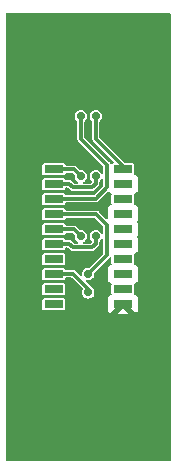
<source format=gbr>
%TF.GenerationSoftware,KiCad,Pcbnew,7.0.7-dirty*%
%TF.CreationDate,2023-09-27T11:30:23-05:00*%
%TF.ProjectId,BBB_JTAG_CTI20_SMT_ARM20_SMT,4242425f-4a54-4414-975f-43544932305f,rev?*%
%TF.SameCoordinates,Original*%
%TF.FileFunction,Copper,L2,Bot*%
%TF.FilePolarity,Positive*%
%FSLAX46Y46*%
G04 Gerber Fmt 4.6, Leading zero omitted, Abs format (unit mm)*
G04 Created by KiCad (PCBNEW 7.0.7-dirty) date 2023-09-27 11:30:23*
%MOMM*%
%LPD*%
G01*
G04 APERTURE LIST*
%TA.AperFunction,SMDPad,CuDef*%
%ADD10R,1.650000X0.680000*%
%TD*%
%TA.AperFunction,ViaPad*%
%ADD11C,0.736600*%
%TD*%
%TA.AperFunction,Conductor*%
%ADD12C,0.304800*%
%TD*%
G04 APERTURE END LIST*
D10*
%TO.P,P1,19*%
%TO.N,N/C*%
X145576100Y-110718600D03*
%TO.P,P1,17*%
X145576100Y-109448600D03*
%TO.P,P1,15*%
%TO.N,SRST_N*%
X145576100Y-108178600D03*
%TO.P,P1,13*%
%TO.N,EMU0*%
X145576100Y-106908600D03*
%TO.P,P1,11*%
%TO.N,TCK*%
X145576100Y-105638600D03*
%TO.P,P1,9*%
%TO.N,RTCK*%
X145576100Y-104368600D03*
%TO.P,P1,7*%
%TO.N,TDO*%
X145576100Y-103098600D03*
%TO.P,P1,5*%
%TO.N,VDD*%
X145576100Y-101828600D03*
%TO.P,P1,3*%
%TO.N,TDI*%
X145576100Y-100558600D03*
%TO.P,P1,20*%
%TO.N,GND*%
X151426100Y-110718600D03*
%TO.P,P1,18*%
%TO.N,N/C*%
X151426100Y-109448600D03*
%TO.P,P1,16*%
%TO.N,GND*%
X151426100Y-108178600D03*
%TO.P,P1,14*%
%TO.N,EMU1*%
X151426100Y-106908600D03*
%TO.P,P1,12*%
%TO.N,GND*%
X151426100Y-105638600D03*
%TO.P,P1,10*%
X151426100Y-104368600D03*
%TO.P,P1,8*%
X151426100Y-103098600D03*
%TO.P,P1,6*%
%TO.N,N/C*%
X151426100Y-101828600D03*
%TO.P,P1,4*%
%TO.N,GND*%
X151426100Y-100558600D03*
%TO.P,P1,1*%
%TO.N,TMS*%
X145576100Y-99288600D03*
%TO.P,P1,2*%
%TO.N,TRST_N*%
X151426100Y-99288600D03*
%TD*%
D11*
%TO.N,GND*%
X148486100Y-116383600D03*
X148486100Y-113843600D03*
X148486100Y-111303600D03*
%TO.N,TRST_N*%
X149121100Y-94793600D03*
%TO.N,SRST_N*%
X148486100Y-109716100D03*
%TO.N,TCK*%
X149121100Y-104953600D03*
%TO.N,RTCK*%
X147851100Y-104953600D03*
%TO.N,TDO*%
X148486100Y-108128600D03*
%TO.N,VDD*%
X147851100Y-94793600D03*
%TO.N,TDI*%
X149121100Y-99873600D03*
%TO.N,TMS*%
X147851100Y-99873600D03*
%TD*%
D12*
%TO.N,TRST_N*%
X149121100Y-96698600D02*
X149121100Y-94793600D01*
X151426100Y-99003600D02*
X149121100Y-96698600D01*
X151426100Y-99288600D02*
X151426100Y-99003600D01*
X151476100Y-99238600D02*
X151426100Y-99288600D01*
%TO.N,SRST_N*%
X145626100Y-108128600D02*
X145576100Y-108178600D01*
X147216100Y-108128600D02*
X145626100Y-108128600D01*
X148486100Y-109398600D02*
X147216100Y-108128600D01*
X148486100Y-109716100D02*
X148486100Y-109398600D01*
%TO.N,TCK*%
X145626100Y-105588600D02*
X145576100Y-105638600D01*
X146898600Y-105588600D02*
X145626100Y-105588600D01*
X147216100Y-105906100D02*
X146898600Y-105588600D01*
X148803600Y-105906100D02*
X147216100Y-105906100D01*
X149121100Y-105588600D02*
X148803600Y-105906100D01*
X149121100Y-104953600D02*
X149121100Y-105588600D01*
%TO.N,RTCK*%
X147266100Y-104368600D02*
X147851100Y-104953600D01*
X145576100Y-104368600D02*
X147266100Y-104368600D01*
%TO.N,TDO*%
X150073600Y-106541100D02*
X148486100Y-108128600D01*
X150073600Y-104001100D02*
X150073600Y-106541100D01*
X149171100Y-103098600D02*
X150073600Y-104001100D01*
X145576100Y-103098600D02*
X149171100Y-103098600D01*
%TO.N,VDD*%
X147851100Y-96698600D02*
X147851100Y-94793600D01*
X150073600Y-98921100D02*
X147851100Y-96698600D01*
X145626100Y-101778600D02*
X145576100Y-101828600D01*
X149121100Y-101778600D02*
X145626100Y-101778600D01*
X150073600Y-100826100D02*
X149121100Y-101778600D01*
X150073600Y-98921100D02*
X150073600Y-100826100D01*
%TO.N,TDI*%
X145626100Y-100508600D02*
X145576100Y-100558600D01*
X146898600Y-100508600D02*
X145626100Y-100508600D01*
X147216100Y-100826100D02*
X146898600Y-100508600D01*
X148803600Y-100826100D02*
X147216100Y-100826100D01*
X149121100Y-100508600D02*
X148803600Y-100826100D01*
X149121100Y-99873600D02*
X149121100Y-100508600D01*
%TO.N,TMS*%
X147266100Y-99288600D02*
X147851100Y-99873600D01*
X145576100Y-99288600D02*
X147266100Y-99288600D01*
%TD*%
%TA.AperFunction,Conductor*%
%TO.N,GND*%
G36*
X155434131Y-86048313D02*
G01*
X155470676Y-86098613D01*
X155475600Y-86129700D01*
X155475600Y-123877500D01*
X155456387Y-123936631D01*
X155406087Y-123973176D01*
X155375000Y-123978100D01*
X141627200Y-123978100D01*
X141568069Y-123958887D01*
X141531524Y-123908587D01*
X141526600Y-123877500D01*
X141526600Y-111515000D01*
X150952424Y-111515000D01*
X151899776Y-111515000D01*
X151426100Y-111041324D01*
X150952424Y-111515000D01*
X141526600Y-111515000D01*
X141526600Y-111073655D01*
X144598200Y-111073655D01*
X144607071Y-111118257D01*
X144607073Y-111118261D01*
X144640864Y-111168832D01*
X144640865Y-111168833D01*
X144640866Y-111168834D01*
X144691442Y-111202628D01*
X144736043Y-111211500D01*
X146416156Y-111211499D01*
X146460758Y-111202628D01*
X146511334Y-111168834D01*
X146545128Y-111118258D01*
X146554000Y-111073657D01*
X146553999Y-110363544D01*
X146545128Y-110318942D01*
X146545126Y-110318938D01*
X146511335Y-110268367D01*
X146511333Y-110268365D01*
X146460757Y-110234571D01*
X146425027Y-110227464D01*
X146416157Y-110225700D01*
X146416156Y-110225700D01*
X144736044Y-110225700D01*
X144691442Y-110234571D01*
X144691438Y-110234573D01*
X144640867Y-110268364D01*
X144640865Y-110268366D01*
X144607071Y-110318942D01*
X144598200Y-110363543D01*
X144598200Y-111073655D01*
X141526600Y-111073655D01*
X141526600Y-109803655D01*
X144598200Y-109803655D01*
X144607071Y-109848257D01*
X144607073Y-109848261D01*
X144640864Y-109898832D01*
X144640865Y-109898833D01*
X144640866Y-109898834D01*
X144691442Y-109932628D01*
X144736043Y-109941500D01*
X146416156Y-109941499D01*
X146460758Y-109932628D01*
X146511334Y-109898834D01*
X146545128Y-109848258D01*
X146554000Y-109803657D01*
X146553999Y-109093544D01*
X146545128Y-109048942D01*
X146545126Y-109048938D01*
X146511335Y-108998367D01*
X146511333Y-108998365D01*
X146460757Y-108964571D01*
X146425027Y-108957464D01*
X146416157Y-108955700D01*
X146416156Y-108955700D01*
X144736044Y-108955700D01*
X144691442Y-108964571D01*
X144691438Y-108964573D01*
X144640867Y-108998364D01*
X144640865Y-108998366D01*
X144607071Y-109048942D01*
X144598200Y-109093543D01*
X144598200Y-109803655D01*
X141526600Y-109803655D01*
X141526600Y-108533655D01*
X144598200Y-108533655D01*
X144607071Y-108578257D01*
X144607073Y-108578261D01*
X144640864Y-108628832D01*
X144640865Y-108628833D01*
X144640866Y-108628834D01*
X144691442Y-108662628D01*
X144736043Y-108671500D01*
X146416156Y-108671499D01*
X146460758Y-108662628D01*
X146511334Y-108628834D01*
X146545128Y-108578258D01*
X146554000Y-108533657D01*
X146554000Y-108533651D01*
X146554485Y-108528737D01*
X146555829Y-108528869D01*
X146573213Y-108475369D01*
X146623513Y-108438824D01*
X146654600Y-108433900D01*
X147047971Y-108433900D01*
X147107102Y-108453113D01*
X147119106Y-108463365D01*
X148006194Y-109350454D01*
X148034420Y-109405852D01*
X148028001Y-109460087D01*
X147978315Y-109580039D01*
X147960403Y-109716097D01*
X147960403Y-109716102D01*
X147978315Y-109852159D01*
X148030832Y-109978947D01*
X148030834Y-109978951D01*
X148114373Y-110087821D01*
X148114378Y-110087826D01*
X148223248Y-110171365D01*
X148223251Y-110171367D01*
X148350039Y-110223884D01*
X148350040Y-110223884D01*
X148486097Y-110241797D01*
X148486100Y-110241797D01*
X148486103Y-110241797D01*
X148588144Y-110228362D01*
X148622160Y-110223884D01*
X148748949Y-110171367D01*
X148857824Y-110087824D01*
X148941367Y-109978949D01*
X148993884Y-109852160D01*
X149011797Y-109716100D01*
X148993884Y-109580040D01*
X148941367Y-109453252D01*
X148857824Y-109344376D01*
X148857823Y-109344375D01*
X148784557Y-109288155D01*
X148753769Y-109248975D01*
X148742334Y-109223075D01*
X148735276Y-109216017D01*
X148720881Y-109197844D01*
X148715627Y-109189358D01*
X148689783Y-109169841D01*
X148684525Y-109165266D01*
X148335727Y-108816468D01*
X148307501Y-108761070D01*
X148317227Y-108699662D01*
X148361191Y-108655698D01*
X148419993Y-108645594D01*
X148486097Y-108654297D01*
X148486100Y-108654297D01*
X148486103Y-108654297D01*
X148588145Y-108640862D01*
X148622160Y-108636384D01*
X148748949Y-108583867D01*
X148857824Y-108500324D01*
X148941367Y-108391449D01*
X148993884Y-108264660D01*
X149003094Y-108194707D01*
X149011797Y-108128602D01*
X149011797Y-108128598D01*
X149007344Y-108094776D01*
X149018674Y-108033642D01*
X149035945Y-108010512D01*
X150242659Y-106803798D01*
X150254099Y-106795595D01*
X150253329Y-106794575D01*
X150260768Y-106788957D01*
X150260768Y-106788956D01*
X150260771Y-106788955D01*
X150273255Y-106775259D01*
X150327286Y-106744504D01*
X150389079Y-106751381D01*
X150435028Y-106793266D01*
X150448200Y-106843032D01*
X150448200Y-107263655D01*
X150458099Y-107313423D01*
X150450790Y-107375166D01*
X150408585Y-107420821D01*
X150392663Y-107428000D01*
X150385431Y-107430530D01*
X150274731Y-107512231D01*
X150193031Y-107622930D01*
X150147592Y-107752791D01*
X150144700Y-107783636D01*
X150144700Y-108573563D01*
X150147592Y-108604408D01*
X150193031Y-108734269D01*
X150274731Y-108844968D01*
X150385430Y-108926668D01*
X150392657Y-108929197D01*
X150442125Y-108966861D01*
X150460007Y-109026408D01*
X150458099Y-109043778D01*
X150448200Y-109093543D01*
X150448200Y-109803655D01*
X150458099Y-109853423D01*
X150450790Y-109915166D01*
X150408585Y-109960821D01*
X150392663Y-109968000D01*
X150385431Y-109970530D01*
X150274731Y-110052231D01*
X150193031Y-110162930D01*
X150147592Y-110292791D01*
X150144700Y-110323636D01*
X150144700Y-111113563D01*
X150147592Y-111144408D01*
X150193031Y-111274269D01*
X150274731Y-111384968D01*
X150368097Y-111453876D01*
X150368098Y-111453876D01*
X151354964Y-110467010D01*
X151410362Y-110438784D01*
X151471770Y-110448510D01*
X151497234Y-110467010D01*
X152484100Y-111453876D01*
X152484101Y-111453876D01*
X152577468Y-111384968D01*
X152659168Y-111274269D01*
X152704607Y-111144408D01*
X152707500Y-111113563D01*
X152707500Y-110323636D01*
X152704607Y-110292791D01*
X152659168Y-110162930D01*
X152577468Y-110052231D01*
X152466769Y-109970531D01*
X152459538Y-109968001D01*
X152410072Y-109930335D01*
X152392192Y-109870787D01*
X152394100Y-109853419D01*
X152395125Y-109848261D01*
X152395128Y-109848258D01*
X152404000Y-109803657D01*
X152403999Y-109093544D01*
X152395128Y-109048942D01*
X152395127Y-109048940D01*
X152394100Y-109043777D01*
X152401408Y-108982034D01*
X152443613Y-108936378D01*
X152459544Y-108929196D01*
X152466770Y-108926667D01*
X152577468Y-108844968D01*
X152659168Y-108734269D01*
X152704607Y-108604408D01*
X152707500Y-108573563D01*
X152707500Y-107783636D01*
X152704607Y-107752791D01*
X152659168Y-107622930D01*
X152577468Y-107512231D01*
X152466769Y-107430531D01*
X152459538Y-107428001D01*
X152410072Y-107390335D01*
X152392192Y-107330787D01*
X152394100Y-107313419D01*
X152395125Y-107308261D01*
X152395128Y-107308258D01*
X152404000Y-107263657D01*
X152403999Y-106553544D01*
X152395128Y-106508942D01*
X152395127Y-106508940D01*
X152394100Y-106503777D01*
X152401408Y-106442034D01*
X152443613Y-106396378D01*
X152459544Y-106389196D01*
X152466770Y-106386667D01*
X152577468Y-106304968D01*
X152659168Y-106194269D01*
X152704607Y-106064408D01*
X152707500Y-106033563D01*
X152707500Y-105243636D01*
X152704607Y-105212791D01*
X152659170Y-105082935D01*
X152659167Y-105082930D01*
X152644708Y-105063339D01*
X152625053Y-105004354D01*
X152643822Y-104945080D01*
X152644708Y-104943861D01*
X152659167Y-104924269D01*
X152659170Y-104924264D01*
X152704607Y-104794408D01*
X152707500Y-104763563D01*
X152707500Y-103973636D01*
X152704607Y-103942791D01*
X152659168Y-103812930D01*
X152659167Y-103812928D01*
X152644708Y-103793337D01*
X152625054Y-103734351D01*
X152643824Y-103675078D01*
X152644710Y-103673859D01*
X152659168Y-103654269D01*
X152704607Y-103524408D01*
X152707500Y-103493563D01*
X152707500Y-102703636D01*
X152704607Y-102672791D01*
X152659168Y-102542930D01*
X152577468Y-102432231D01*
X152466769Y-102350531D01*
X152459538Y-102348001D01*
X152410072Y-102310335D01*
X152392192Y-102250787D01*
X152394100Y-102233419D01*
X152395125Y-102228261D01*
X152395128Y-102228258D01*
X152404000Y-102183657D01*
X152403999Y-101473544D01*
X152395128Y-101428942D01*
X152395127Y-101428940D01*
X152394100Y-101423777D01*
X152401408Y-101362034D01*
X152443613Y-101316378D01*
X152459544Y-101309196D01*
X152466770Y-101306667D01*
X152577468Y-101224968D01*
X152659168Y-101114269D01*
X152704607Y-100984408D01*
X152707500Y-100953563D01*
X152707500Y-100163636D01*
X152704607Y-100132791D01*
X152659168Y-100002930D01*
X152577468Y-99892231D01*
X152466769Y-99810531D01*
X152459538Y-99808001D01*
X152410072Y-99770335D01*
X152392192Y-99710787D01*
X152394100Y-99693419D01*
X152395125Y-99688261D01*
X152395128Y-99688258D01*
X152404000Y-99643657D01*
X152403999Y-98933544D01*
X152395128Y-98888942D01*
X152395126Y-98888938D01*
X152361335Y-98838367D01*
X152361333Y-98838365D01*
X152310757Y-98804571D01*
X152275027Y-98797464D01*
X152266157Y-98795700D01*
X152266156Y-98795700D01*
X151691629Y-98795700D01*
X151632498Y-98776487D01*
X151620494Y-98766235D01*
X149455865Y-96601605D01*
X149427639Y-96546207D01*
X149426400Y-96530470D01*
X149426400Y-95265903D01*
X149445613Y-95206772D01*
X149465756Y-95186093D01*
X149492824Y-95165324D01*
X149576367Y-95056449D01*
X149628884Y-94929660D01*
X149646797Y-94793600D01*
X149628884Y-94657540D01*
X149576367Y-94530752D01*
X149492824Y-94421876D01*
X149492823Y-94421875D01*
X149492821Y-94421873D01*
X149383951Y-94338334D01*
X149383947Y-94338332D01*
X149257159Y-94285815D01*
X149121103Y-94267903D01*
X149121097Y-94267903D01*
X148985040Y-94285815D01*
X148858256Y-94338330D01*
X148858249Y-94338334D01*
X148749379Y-94421873D01*
X148749373Y-94421879D01*
X148665834Y-94530749D01*
X148665830Y-94530756D01*
X148613315Y-94657540D01*
X148595403Y-94793597D01*
X148595403Y-94793602D01*
X148613315Y-94929659D01*
X148665832Y-95056447D01*
X148665834Y-95056451D01*
X148749373Y-95165321D01*
X148749374Y-95165322D01*
X148749376Y-95165324D01*
X148776442Y-95186092D01*
X148811657Y-95237330D01*
X148815800Y-95265903D01*
X148815800Y-96632388D01*
X148813544Y-96646286D01*
X148814778Y-96646458D01*
X148813490Y-96655690D01*
X148815746Y-96704496D01*
X148815800Y-96706819D01*
X148815800Y-96726894D01*
X148816462Y-96730433D01*
X148817264Y-96737353D01*
X148818761Y-96769704D01*
X148818762Y-96769709D01*
X148822792Y-96778837D01*
X148829650Y-96800982D01*
X148831484Y-96810796D01*
X148831485Y-96810797D01*
X148848536Y-96838335D01*
X148851783Y-96844496D01*
X148864865Y-96874124D01*
X148871923Y-96881182D01*
X148886319Y-96899357D01*
X148891572Y-96907841D01*
X148917415Y-96927357D01*
X148922676Y-96931935D01*
X150620109Y-98629368D01*
X150648335Y-98684766D01*
X150638609Y-98746174D01*
X150594645Y-98790138D01*
X150568600Y-98799170D01*
X150541441Y-98804572D01*
X150541439Y-98804573D01*
X150500070Y-98832215D01*
X150440230Y-98849091D01*
X150381899Y-98827572D01*
X150358646Y-98801524D01*
X150346166Y-98781366D01*
X150342915Y-98775198D01*
X150329835Y-98745575D01*
X150322774Y-98738514D01*
X150308376Y-98720336D01*
X150303127Y-98711858D01*
X150277290Y-98692347D01*
X150272029Y-98687769D01*
X148185865Y-96601604D01*
X148157639Y-96546206D01*
X148156400Y-96530469D01*
X148156400Y-95265903D01*
X148175613Y-95206772D01*
X148195756Y-95186093D01*
X148222824Y-95165324D01*
X148306367Y-95056449D01*
X148358884Y-94929660D01*
X148376797Y-94793600D01*
X148358884Y-94657540D01*
X148306367Y-94530752D01*
X148222824Y-94421876D01*
X148222823Y-94421875D01*
X148222821Y-94421873D01*
X148113951Y-94338334D01*
X148113947Y-94338332D01*
X147987159Y-94285815D01*
X147851103Y-94267903D01*
X147851097Y-94267903D01*
X147715040Y-94285815D01*
X147588256Y-94338330D01*
X147588249Y-94338334D01*
X147479379Y-94421873D01*
X147479373Y-94421879D01*
X147395834Y-94530749D01*
X147395830Y-94530756D01*
X147343315Y-94657540D01*
X147325403Y-94793597D01*
X147325403Y-94793602D01*
X147343315Y-94929659D01*
X147395832Y-95056447D01*
X147395834Y-95056451D01*
X147479373Y-95165321D01*
X147479374Y-95165322D01*
X147479376Y-95165324D01*
X147506442Y-95186092D01*
X147541657Y-95237330D01*
X147545800Y-95265903D01*
X147545800Y-96632388D01*
X147543544Y-96646286D01*
X147544778Y-96646458D01*
X147543490Y-96655690D01*
X147545746Y-96704496D01*
X147545800Y-96706819D01*
X147545800Y-96726894D01*
X147546462Y-96730433D01*
X147547264Y-96737353D01*
X147548761Y-96769704D01*
X147548762Y-96769709D01*
X147552792Y-96778837D01*
X147559650Y-96800982D01*
X147561484Y-96810796D01*
X147561485Y-96810797D01*
X147578536Y-96838335D01*
X147581783Y-96844496D01*
X147594865Y-96874124D01*
X147601923Y-96881182D01*
X147616319Y-96899357D01*
X147621572Y-96907841D01*
X147647415Y-96927357D01*
X147652676Y-96931935D01*
X149738835Y-99018093D01*
X149767061Y-99073491D01*
X149768300Y-99089228D01*
X149768300Y-99568368D01*
X149749087Y-99627499D01*
X149698787Y-99664044D01*
X149636613Y-99664044D01*
X149586313Y-99627499D01*
X149580018Y-99616262D01*
X149579666Y-99616466D01*
X149576368Y-99610754D01*
X149576367Y-99610753D01*
X149576367Y-99610752D01*
X149492824Y-99501876D01*
X149492823Y-99501875D01*
X149492821Y-99501873D01*
X149383951Y-99418334D01*
X149383947Y-99418332D01*
X149257159Y-99365815D01*
X149121103Y-99347903D01*
X149121097Y-99347903D01*
X148985040Y-99365815D01*
X148858256Y-99418330D01*
X148858249Y-99418334D01*
X148749379Y-99501873D01*
X148749373Y-99501879D01*
X148665834Y-99610749D01*
X148665830Y-99610756D01*
X148613315Y-99737540D01*
X148595403Y-99873597D01*
X148595403Y-99873602D01*
X148613315Y-100009659D01*
X148665832Y-100136447D01*
X148665834Y-100136451D01*
X148749373Y-100245321D01*
X148749377Y-100245325D01*
X148773366Y-100263732D01*
X148808583Y-100314971D01*
X148806956Y-100377124D01*
X148783261Y-100414678D01*
X148706606Y-100491334D01*
X148651209Y-100519561D01*
X148635471Y-100520800D01*
X148156331Y-100520800D01*
X148097200Y-100501587D01*
X148060655Y-100451287D01*
X148060655Y-100389113D01*
X148097200Y-100338813D01*
X148108442Y-100332517D01*
X148108238Y-100332164D01*
X148113943Y-100328869D01*
X148113949Y-100328867D01*
X148222824Y-100245324D01*
X148306367Y-100136449D01*
X148358884Y-100009660D01*
X148376797Y-99873600D01*
X148364671Y-99781499D01*
X148358884Y-99737540D01*
X148306369Y-99610756D01*
X148306368Y-99610754D01*
X148306367Y-99610753D01*
X148306367Y-99610752D01*
X148222824Y-99501876D01*
X148222823Y-99501875D01*
X148222821Y-99501873D01*
X148113951Y-99418334D01*
X148113947Y-99418332D01*
X147987159Y-99365815D01*
X147851103Y-99347903D01*
X147851101Y-99347903D01*
X147851100Y-99347903D01*
X147823224Y-99351572D01*
X147817274Y-99352356D01*
X147756141Y-99341024D01*
X147733010Y-99323751D01*
X147528799Y-99119540D01*
X147520580Y-99108107D01*
X147519573Y-99108869D01*
X147513953Y-99101427D01*
X147490375Y-99079933D01*
X147477847Y-99068512D01*
X147476169Y-99066910D01*
X147461975Y-99052716D01*
X147459001Y-99050679D01*
X147453542Y-99046355D01*
X147429604Y-99024533D01*
X147429602Y-99024532D01*
X147420297Y-99020927D01*
X147399787Y-99010116D01*
X147391553Y-99004476D01*
X147360028Y-98997061D01*
X147353366Y-98994998D01*
X147349210Y-98993388D01*
X147323170Y-98983300D01*
X147323169Y-98983300D01*
X147313191Y-98983300D01*
X147290159Y-98980628D01*
X147280444Y-98978343D01*
X147280443Y-98978343D01*
X147268292Y-98980038D01*
X147248370Y-98982817D01*
X147241416Y-98983300D01*
X146646457Y-98983300D01*
X146587326Y-98964087D01*
X146550781Y-98913787D01*
X146547790Y-98902326D01*
X146547713Y-98901940D01*
X146545128Y-98888942D01*
X146545126Y-98888940D01*
X146545126Y-98888938D01*
X146511335Y-98838367D01*
X146511333Y-98838365D01*
X146460757Y-98804571D01*
X146425027Y-98797464D01*
X146416157Y-98795700D01*
X146416156Y-98795700D01*
X144736044Y-98795700D01*
X144691442Y-98804571D01*
X144691438Y-98804573D01*
X144640867Y-98838364D01*
X144640865Y-98838366D01*
X144607071Y-98888942D01*
X144598200Y-98933543D01*
X144598200Y-99643655D01*
X144607071Y-99688257D01*
X144607073Y-99688261D01*
X144640864Y-99738832D01*
X144640865Y-99738833D01*
X144640866Y-99738834D01*
X144691442Y-99772628D01*
X144736043Y-99781500D01*
X146416156Y-99781499D01*
X146460758Y-99772628D01*
X146511334Y-99738834D01*
X146545128Y-99688258D01*
X146547790Y-99674874D01*
X146578169Y-99620628D01*
X146634632Y-99594597D01*
X146646457Y-99593900D01*
X147097971Y-99593900D01*
X147157102Y-99613113D01*
X147169106Y-99623365D01*
X147301251Y-99755510D01*
X147329477Y-99810908D01*
X147329856Y-99839774D01*
X147325404Y-99873597D01*
X147325403Y-99873602D01*
X147343315Y-100009659D01*
X147395832Y-100136447D01*
X147395834Y-100136451D01*
X147479373Y-100245321D01*
X147479378Y-100245326D01*
X147588248Y-100328865D01*
X147593962Y-100332164D01*
X147592689Y-100334367D01*
X147631641Y-100367631D01*
X147646159Y-100428086D01*
X147622370Y-100485529D01*
X147569360Y-100518019D01*
X147545869Y-100520800D01*
X147384229Y-100520800D01*
X147325098Y-100501587D01*
X147313094Y-100491335D01*
X147161299Y-100339540D01*
X147153080Y-100328107D01*
X147152073Y-100328869D01*
X147146453Y-100321427D01*
X147110350Y-100288515D01*
X147108669Y-100286910D01*
X147094475Y-100272716D01*
X147091501Y-100270679D01*
X147086042Y-100266355D01*
X147062104Y-100244533D01*
X147062102Y-100244532D01*
X147052797Y-100240927D01*
X147032287Y-100230116D01*
X147024053Y-100224476D01*
X146992528Y-100217061D01*
X146985866Y-100214998D01*
X146981710Y-100213388D01*
X146955670Y-100203300D01*
X146955669Y-100203300D01*
X146945691Y-100203300D01*
X146922659Y-100200628D01*
X146912944Y-100198343D01*
X146912943Y-100198343D01*
X146900792Y-100200038D01*
X146880870Y-100202817D01*
X146873916Y-100203300D01*
X146628539Y-100203300D01*
X146569408Y-100184087D01*
X146544893Y-100158591D01*
X146542721Y-100155340D01*
X146511334Y-100108366D01*
X146466698Y-100078541D01*
X146460757Y-100074571D01*
X146425027Y-100067464D01*
X146416157Y-100065700D01*
X146416156Y-100065700D01*
X144736044Y-100065700D01*
X144691442Y-100074571D01*
X144691438Y-100074573D01*
X144640867Y-100108364D01*
X144640865Y-100108366D01*
X144607071Y-100158942D01*
X144598200Y-100203543D01*
X144598200Y-100913655D01*
X144607071Y-100958257D01*
X144607073Y-100958261D01*
X144640864Y-101008832D01*
X144640865Y-101008833D01*
X144640866Y-101008834D01*
X144691442Y-101042628D01*
X144736043Y-101051500D01*
X146416156Y-101051499D01*
X146460758Y-101042628D01*
X146511334Y-101008834D01*
X146545128Y-100958258D01*
X146554000Y-100913657D01*
X146554000Y-100913651D01*
X146554485Y-100908737D01*
X146555829Y-100908869D01*
X146573213Y-100855369D01*
X146623513Y-100818824D01*
X146654600Y-100813900D01*
X146730471Y-100813900D01*
X146789602Y-100833113D01*
X146801606Y-100843365D01*
X146953402Y-100995161D01*
X146961635Y-101006584D01*
X146962629Y-101005834D01*
X146968246Y-101013272D01*
X147004348Y-101046183D01*
X147006029Y-101047788D01*
X147020224Y-101061983D01*
X147023196Y-101064019D01*
X147028659Y-101068346D01*
X147052596Y-101090167D01*
X147061905Y-101093773D01*
X147082412Y-101104583D01*
X147090647Y-101110224D01*
X147122175Y-101117639D01*
X147128824Y-101119697D01*
X147159028Y-101131399D01*
X147159029Y-101131400D01*
X147159030Y-101131400D01*
X147169009Y-101131400D01*
X147192040Y-101134071D01*
X147201756Y-101136357D01*
X147233829Y-101131882D01*
X147240784Y-101131400D01*
X148737389Y-101131400D01*
X148751285Y-101133667D01*
X148751459Y-101132422D01*
X148760685Y-101133708D01*
X148760690Y-101133710D01*
X148790138Y-101132348D01*
X148809496Y-101131454D01*
X148811819Y-101131400D01*
X148831884Y-101131400D01*
X148831889Y-101131400D01*
X148835437Y-101130736D01*
X148842348Y-101129934D01*
X148874709Y-101128438D01*
X148883835Y-101124408D01*
X148905987Y-101117548D01*
X148915797Y-101115715D01*
X148943335Y-101098662D01*
X148949494Y-101095415D01*
X148979125Y-101082334D01*
X148986179Y-101075278D01*
X149004359Y-101060878D01*
X149012842Y-101055627D01*
X149032364Y-101029773D01*
X149036934Y-101024524D01*
X149152721Y-100908737D01*
X149290159Y-100771298D01*
X149301599Y-100763095D01*
X149300829Y-100762075D01*
X149308269Y-100756456D01*
X149308269Y-100756455D01*
X149308271Y-100756455D01*
X149341207Y-100720324D01*
X149342768Y-100718689D01*
X149356983Y-100704476D01*
X149359020Y-100701500D01*
X149363345Y-100696041D01*
X149385165Y-100672106D01*
X149385164Y-100672106D01*
X149385167Y-100672104D01*
X149388772Y-100662796D01*
X149399584Y-100642285D01*
X149405224Y-100634053D01*
X149412638Y-100602526D01*
X149414699Y-100595870D01*
X149426400Y-100565670D01*
X149426400Y-100555691D01*
X149429072Y-100532658D01*
X149431357Y-100522944D01*
X149426882Y-100490871D01*
X149426400Y-100483915D01*
X149426400Y-100345903D01*
X149445613Y-100286772D01*
X149465756Y-100266093D01*
X149492824Y-100245324D01*
X149576367Y-100136449D01*
X149576369Y-100136443D01*
X149579664Y-100130738D01*
X149581867Y-100132010D01*
X149615131Y-100093059D01*
X149675586Y-100078541D01*
X149733029Y-100102330D01*
X149765519Y-100155340D01*
X149768300Y-100178831D01*
X149768300Y-100657970D01*
X149749087Y-100717101D01*
X149738835Y-100729105D01*
X149024106Y-101443835D01*
X148968708Y-101472061D01*
X148952971Y-101473300D01*
X146628539Y-101473300D01*
X146569408Y-101454087D01*
X146544893Y-101428591D01*
X146511334Y-101378366D01*
X146464184Y-101346861D01*
X146460757Y-101344571D01*
X146425027Y-101337464D01*
X146416157Y-101335700D01*
X146416156Y-101335700D01*
X144736044Y-101335700D01*
X144691442Y-101344571D01*
X144691438Y-101344573D01*
X144640867Y-101378364D01*
X144640865Y-101378366D01*
X144607071Y-101428942D01*
X144598200Y-101473543D01*
X144598200Y-102183655D01*
X144607071Y-102228257D01*
X144607073Y-102228261D01*
X144640864Y-102278832D01*
X144640865Y-102278833D01*
X144640866Y-102278834D01*
X144691442Y-102312628D01*
X144736043Y-102321500D01*
X146416156Y-102321499D01*
X146460758Y-102312628D01*
X146511334Y-102278834D01*
X146545128Y-102228258D01*
X146554000Y-102183657D01*
X146554000Y-102183651D01*
X146554485Y-102178737D01*
X146555829Y-102178869D01*
X146573213Y-102125369D01*
X146623513Y-102088824D01*
X146654600Y-102083900D01*
X149054889Y-102083900D01*
X149068785Y-102086167D01*
X149068959Y-102084922D01*
X149078185Y-102086208D01*
X149078190Y-102086210D01*
X149107638Y-102084848D01*
X149126996Y-102083954D01*
X149129319Y-102083900D01*
X149149384Y-102083900D01*
X149149389Y-102083900D01*
X149152937Y-102083236D01*
X149159848Y-102082434D01*
X149192209Y-102080938D01*
X149201335Y-102076908D01*
X149223487Y-102070048D01*
X149233297Y-102068215D01*
X149260835Y-102051162D01*
X149266994Y-102047915D01*
X149296625Y-102034834D01*
X149303679Y-102027778D01*
X149321859Y-102013378D01*
X149330342Y-102008127D01*
X149349864Y-101982273D01*
X149354434Y-101977024D01*
X150120631Y-101210827D01*
X150176026Y-101182603D01*
X150237434Y-101192329D01*
X150272703Y-101222222D01*
X150274729Y-101224967D01*
X150274730Y-101224968D01*
X150385430Y-101306668D01*
X150392657Y-101309197D01*
X150442125Y-101346861D01*
X150460007Y-101406408D01*
X150458099Y-101423778D01*
X150448200Y-101473543D01*
X150448200Y-102183655D01*
X150458099Y-102233423D01*
X150450790Y-102295166D01*
X150408585Y-102340821D01*
X150392663Y-102348000D01*
X150385431Y-102350530D01*
X150274731Y-102432231D01*
X150193031Y-102542930D01*
X150147592Y-102672791D01*
X150144700Y-102703636D01*
X150144700Y-103397570D01*
X150125487Y-103456701D01*
X150075187Y-103493246D01*
X150013013Y-103493246D01*
X149972965Y-103468705D01*
X149433799Y-102929540D01*
X149425580Y-102918107D01*
X149424573Y-102918869D01*
X149418953Y-102911427D01*
X149382850Y-102878515D01*
X149381169Y-102876910D01*
X149366975Y-102862716D01*
X149364001Y-102860679D01*
X149358542Y-102856355D01*
X149334604Y-102834533D01*
X149334602Y-102834532D01*
X149325297Y-102830927D01*
X149304787Y-102820116D01*
X149296553Y-102814476D01*
X149265028Y-102807061D01*
X149258366Y-102804998D01*
X149254210Y-102803388D01*
X149228170Y-102793300D01*
X149228169Y-102793300D01*
X149218191Y-102793300D01*
X149195159Y-102790628D01*
X149185444Y-102788343D01*
X149185443Y-102788343D01*
X149173292Y-102790038D01*
X149153370Y-102792817D01*
X149146416Y-102793300D01*
X146646457Y-102793300D01*
X146587326Y-102774087D01*
X146550781Y-102723787D01*
X146547790Y-102712326D01*
X146547713Y-102711940D01*
X146545128Y-102698942D01*
X146545126Y-102698940D01*
X146545126Y-102698938D01*
X146511335Y-102648367D01*
X146511333Y-102648365D01*
X146460757Y-102614571D01*
X146425027Y-102607464D01*
X146416157Y-102605700D01*
X146416156Y-102605700D01*
X144736044Y-102605700D01*
X144691442Y-102614571D01*
X144691438Y-102614573D01*
X144640867Y-102648364D01*
X144640865Y-102648366D01*
X144607071Y-102698942D01*
X144598200Y-102743543D01*
X144598200Y-103453655D01*
X144607071Y-103498257D01*
X144607073Y-103498261D01*
X144640864Y-103548832D01*
X144640865Y-103548833D01*
X144640866Y-103548834D01*
X144691442Y-103582628D01*
X144736043Y-103591500D01*
X146416156Y-103591499D01*
X146460758Y-103582628D01*
X146511334Y-103548834D01*
X146545128Y-103498258D01*
X146547790Y-103484874D01*
X146578169Y-103430628D01*
X146634632Y-103404597D01*
X146646457Y-103403900D01*
X149002971Y-103403900D01*
X149062102Y-103423113D01*
X149074106Y-103433365D01*
X149738835Y-104098094D01*
X149767061Y-104153492D01*
X149768300Y-104169229D01*
X149768300Y-104648368D01*
X149749087Y-104707499D01*
X149698787Y-104744044D01*
X149636613Y-104744044D01*
X149586313Y-104707499D01*
X149580018Y-104696262D01*
X149579666Y-104696466D01*
X149576368Y-104690754D01*
X149576367Y-104690753D01*
X149576367Y-104690752D01*
X149492824Y-104581876D01*
X149492823Y-104581875D01*
X149492821Y-104581873D01*
X149383951Y-104498334D01*
X149383947Y-104498332D01*
X149257159Y-104445815D01*
X149121103Y-104427903D01*
X149121097Y-104427903D01*
X148985040Y-104445815D01*
X148858256Y-104498330D01*
X148858249Y-104498334D01*
X148749379Y-104581873D01*
X148749373Y-104581879D01*
X148665834Y-104690749D01*
X148665830Y-104690756D01*
X148613315Y-104817540D01*
X148595403Y-104953597D01*
X148595403Y-104953602D01*
X148613315Y-105089659D01*
X148665832Y-105216447D01*
X148665834Y-105216451D01*
X148749373Y-105325321D01*
X148749377Y-105325325D01*
X148773366Y-105343732D01*
X148808583Y-105394971D01*
X148806956Y-105457124D01*
X148783261Y-105494678D01*
X148706606Y-105571334D01*
X148651209Y-105599561D01*
X148635471Y-105600800D01*
X148156331Y-105600800D01*
X148097200Y-105581587D01*
X148060655Y-105531287D01*
X148060655Y-105469113D01*
X148097200Y-105418813D01*
X148108442Y-105412517D01*
X148108238Y-105412164D01*
X148113943Y-105408869D01*
X148113949Y-105408867D01*
X148222824Y-105325324D01*
X148306367Y-105216449D01*
X148358884Y-105089660D01*
X148376797Y-104953600D01*
X148375675Y-104945080D01*
X148358884Y-104817540D01*
X148306369Y-104690756D01*
X148306368Y-104690754D01*
X148306367Y-104690753D01*
X148306367Y-104690752D01*
X148222824Y-104581876D01*
X148222823Y-104581875D01*
X148222821Y-104581873D01*
X148113951Y-104498334D01*
X148113947Y-104498332D01*
X147987159Y-104445815D01*
X147851103Y-104427903D01*
X147851101Y-104427903D01*
X147851100Y-104427903D01*
X147823224Y-104431572D01*
X147817274Y-104432356D01*
X147756141Y-104421024D01*
X147733010Y-104403751D01*
X147528799Y-104199540D01*
X147520580Y-104188107D01*
X147519573Y-104188869D01*
X147513953Y-104181427D01*
X147477850Y-104148515D01*
X147476169Y-104146910D01*
X147461975Y-104132716D01*
X147459001Y-104130679D01*
X147453542Y-104126355D01*
X147429604Y-104104533D01*
X147429602Y-104104532D01*
X147420297Y-104100927D01*
X147399787Y-104090116D01*
X147391553Y-104084476D01*
X147360028Y-104077061D01*
X147353366Y-104074998D01*
X147349210Y-104073388D01*
X147323170Y-104063300D01*
X147323169Y-104063300D01*
X147313191Y-104063300D01*
X147290159Y-104060628D01*
X147280444Y-104058343D01*
X147280443Y-104058343D01*
X147268292Y-104060038D01*
X147248370Y-104062817D01*
X147241416Y-104063300D01*
X146646457Y-104063300D01*
X146587326Y-104044087D01*
X146550781Y-103993787D01*
X146547790Y-103982326D01*
X146547713Y-103981940D01*
X146545128Y-103968942D01*
X146545126Y-103968940D01*
X146545126Y-103968938D01*
X146511335Y-103918367D01*
X146511333Y-103918365D01*
X146460757Y-103884571D01*
X146425027Y-103877464D01*
X146416157Y-103875700D01*
X146416156Y-103875700D01*
X144736044Y-103875700D01*
X144691442Y-103884571D01*
X144691438Y-103884573D01*
X144640867Y-103918364D01*
X144640865Y-103918366D01*
X144607071Y-103968942D01*
X144598200Y-104013543D01*
X144598200Y-104723655D01*
X144607071Y-104768257D01*
X144607073Y-104768261D01*
X144640864Y-104818832D01*
X144640865Y-104818833D01*
X144640866Y-104818834D01*
X144691442Y-104852628D01*
X144736043Y-104861500D01*
X146416156Y-104861499D01*
X146460758Y-104852628D01*
X146511334Y-104818834D01*
X146545128Y-104768258D01*
X146547790Y-104754874D01*
X146578169Y-104700628D01*
X146634632Y-104674597D01*
X146646457Y-104673900D01*
X147097971Y-104673900D01*
X147157102Y-104693113D01*
X147169106Y-104703365D01*
X147301251Y-104835510D01*
X147329477Y-104890908D01*
X147329856Y-104919774D01*
X147325404Y-104953597D01*
X147325403Y-104953602D01*
X147343315Y-105089659D01*
X147395832Y-105216447D01*
X147395834Y-105216451D01*
X147479373Y-105325321D01*
X147479378Y-105325326D01*
X147588248Y-105408865D01*
X147593962Y-105412164D01*
X147592689Y-105414367D01*
X147631641Y-105447631D01*
X147646159Y-105508086D01*
X147622370Y-105565529D01*
X147569360Y-105598019D01*
X147545869Y-105600800D01*
X147384229Y-105600800D01*
X147325098Y-105581587D01*
X147313094Y-105571335D01*
X147161299Y-105419540D01*
X147153080Y-105408107D01*
X147152073Y-105408869D01*
X147146453Y-105401427D01*
X147110350Y-105368515D01*
X147108669Y-105366910D01*
X147094475Y-105352716D01*
X147091501Y-105350679D01*
X147086042Y-105346355D01*
X147062104Y-105324533D01*
X147062102Y-105324532D01*
X147052797Y-105320927D01*
X147032287Y-105310116D01*
X147024053Y-105304476D01*
X146992528Y-105297061D01*
X146985866Y-105294998D01*
X146981710Y-105293388D01*
X146955670Y-105283300D01*
X146955669Y-105283300D01*
X146945691Y-105283300D01*
X146922659Y-105280628D01*
X146912944Y-105278343D01*
X146912943Y-105278343D01*
X146900792Y-105280038D01*
X146880870Y-105282817D01*
X146873916Y-105283300D01*
X146628539Y-105283300D01*
X146569408Y-105264087D01*
X146544893Y-105238591D01*
X146542721Y-105235340D01*
X146511334Y-105188366D01*
X146466698Y-105158541D01*
X146460757Y-105154571D01*
X146425027Y-105147464D01*
X146416157Y-105145700D01*
X146416156Y-105145700D01*
X144736044Y-105145700D01*
X144691442Y-105154571D01*
X144691438Y-105154573D01*
X144640867Y-105188364D01*
X144640865Y-105188366D01*
X144607071Y-105238942D01*
X144598200Y-105283543D01*
X144598200Y-105993655D01*
X144607071Y-106038257D01*
X144607073Y-106038261D01*
X144640864Y-106088832D01*
X144640865Y-106088833D01*
X144640866Y-106088834D01*
X144691442Y-106122628D01*
X144736043Y-106131500D01*
X146416156Y-106131499D01*
X146460758Y-106122628D01*
X146511334Y-106088834D01*
X146545128Y-106038258D01*
X146554000Y-105993657D01*
X146554000Y-105993651D01*
X146554485Y-105988737D01*
X146555829Y-105988869D01*
X146573213Y-105935369D01*
X146623513Y-105898824D01*
X146654600Y-105893900D01*
X146730471Y-105893900D01*
X146789602Y-105913113D01*
X146801606Y-105923365D01*
X146953402Y-106075161D01*
X146961635Y-106086584D01*
X146962629Y-106085834D01*
X146968246Y-106093272D01*
X147004348Y-106126183D01*
X147006029Y-106127788D01*
X147020224Y-106141983D01*
X147023196Y-106144019D01*
X147028659Y-106148346D01*
X147052596Y-106170167D01*
X147061905Y-106173773D01*
X147082412Y-106184583D01*
X147090647Y-106190224D01*
X147122175Y-106197639D01*
X147128824Y-106199697D01*
X147159028Y-106211399D01*
X147159029Y-106211400D01*
X147159030Y-106211400D01*
X147169009Y-106211400D01*
X147192040Y-106214071D01*
X147201756Y-106216357D01*
X147233829Y-106211882D01*
X147240784Y-106211400D01*
X148737389Y-106211400D01*
X148751285Y-106213667D01*
X148751459Y-106212422D01*
X148760685Y-106213708D01*
X148760690Y-106213710D01*
X148790138Y-106212348D01*
X148809496Y-106211454D01*
X148811819Y-106211400D01*
X148831884Y-106211400D01*
X148831889Y-106211400D01*
X148835437Y-106210736D01*
X148842348Y-106209934D01*
X148874709Y-106208438D01*
X148883835Y-106204408D01*
X148905987Y-106197548D01*
X148915797Y-106195715D01*
X148943335Y-106178662D01*
X148949494Y-106175415D01*
X148979125Y-106162334D01*
X148986179Y-106155278D01*
X149004359Y-106140878D01*
X149012842Y-106135627D01*
X149032364Y-106109773D01*
X149036934Y-106104524D01*
X149152721Y-105988737D01*
X149290159Y-105851298D01*
X149301599Y-105843095D01*
X149300829Y-105842075D01*
X149308269Y-105836456D01*
X149308269Y-105836455D01*
X149308271Y-105836455D01*
X149341207Y-105800324D01*
X149342768Y-105798689D01*
X149356983Y-105784476D01*
X149359020Y-105781500D01*
X149363345Y-105776041D01*
X149385165Y-105752106D01*
X149385164Y-105752106D01*
X149385167Y-105752104D01*
X149388772Y-105742796D01*
X149399584Y-105722285D01*
X149405224Y-105714053D01*
X149412638Y-105682526D01*
X149414699Y-105675870D01*
X149426400Y-105645670D01*
X149426400Y-105635691D01*
X149429072Y-105612658D01*
X149431357Y-105602944D01*
X149426882Y-105570871D01*
X149426400Y-105563915D01*
X149426400Y-105425903D01*
X149445613Y-105366772D01*
X149465756Y-105346093D01*
X149492824Y-105325324D01*
X149576367Y-105216449D01*
X149576369Y-105216443D01*
X149579664Y-105210738D01*
X149581867Y-105212010D01*
X149615131Y-105173059D01*
X149675586Y-105158541D01*
X149733029Y-105182330D01*
X149765519Y-105235340D01*
X149768300Y-105258831D01*
X149768300Y-106372970D01*
X149749087Y-106432101D01*
X149738835Y-106444105D01*
X148604188Y-107578751D01*
X148548790Y-107606977D01*
X148519924Y-107607355D01*
X148486100Y-107602903D01*
X148486098Y-107602903D01*
X148486096Y-107602903D01*
X148350040Y-107620815D01*
X148223256Y-107673330D01*
X148223249Y-107673334D01*
X148114379Y-107756873D01*
X148114373Y-107756879D01*
X148030834Y-107865749D01*
X148030830Y-107865756D01*
X147978315Y-107992540D01*
X147960403Y-108128597D01*
X147960403Y-108128604D01*
X147969105Y-108194707D01*
X147957775Y-108255840D01*
X147912675Y-108298637D01*
X147851032Y-108306752D01*
X147798231Y-108278972D01*
X147478799Y-107959540D01*
X147470580Y-107948107D01*
X147469573Y-107948869D01*
X147463953Y-107941427D01*
X147427850Y-107908515D01*
X147426169Y-107906910D01*
X147411975Y-107892716D01*
X147409001Y-107890679D01*
X147403542Y-107886355D01*
X147379604Y-107864533D01*
X147379602Y-107864532D01*
X147370297Y-107860927D01*
X147349787Y-107850116D01*
X147341553Y-107844476D01*
X147310028Y-107837061D01*
X147303366Y-107834998D01*
X147299210Y-107833388D01*
X147273170Y-107823300D01*
X147273169Y-107823300D01*
X147263191Y-107823300D01*
X147240159Y-107820628D01*
X147230444Y-107818343D01*
X147230443Y-107818343D01*
X147218292Y-107820038D01*
X147198370Y-107822817D01*
X147191416Y-107823300D01*
X146628539Y-107823300D01*
X146569408Y-107804087D01*
X146544893Y-107778591D01*
X146511334Y-107728366D01*
X146485872Y-107711353D01*
X146460757Y-107694571D01*
X146425027Y-107687464D01*
X146416157Y-107685700D01*
X146416156Y-107685700D01*
X144736044Y-107685700D01*
X144691442Y-107694571D01*
X144691438Y-107694573D01*
X144640867Y-107728364D01*
X144640865Y-107728366D01*
X144607071Y-107778942D01*
X144598200Y-107823543D01*
X144598200Y-108533655D01*
X141526600Y-108533655D01*
X141526600Y-107263655D01*
X144598200Y-107263655D01*
X144607071Y-107308257D01*
X144607073Y-107308261D01*
X144640864Y-107358832D01*
X144640865Y-107358833D01*
X144640866Y-107358834D01*
X144691442Y-107392628D01*
X144736043Y-107401500D01*
X146416156Y-107401499D01*
X146460758Y-107392628D01*
X146511334Y-107358834D01*
X146545128Y-107308258D01*
X146554000Y-107263657D01*
X146553999Y-106553544D01*
X146545128Y-106508942D01*
X146545126Y-106508938D01*
X146511335Y-106458367D01*
X146511333Y-106458365D01*
X146460757Y-106424571D01*
X146425028Y-106417464D01*
X146416157Y-106415700D01*
X146416156Y-106415700D01*
X144736044Y-106415700D01*
X144691442Y-106424571D01*
X144691438Y-106424573D01*
X144640867Y-106458364D01*
X144640865Y-106458366D01*
X144607071Y-106508942D01*
X144598200Y-106553543D01*
X144598200Y-107263655D01*
X141526600Y-107263655D01*
X141526600Y-86129700D01*
X141545813Y-86070569D01*
X141596113Y-86034024D01*
X141627200Y-86029100D01*
X155375000Y-86029100D01*
X155434131Y-86048313D01*
G37*
%TD.AperFunction*%
%TD*%
M02*

</source>
